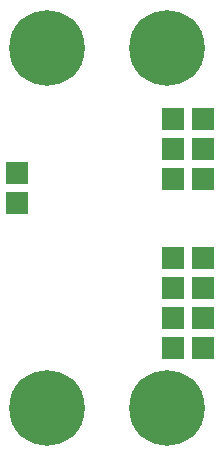
<source format=gbr>
%TF.GenerationSoftware,KiCad,Pcbnew,6.0.4-6f826c9f35~116~ubuntu20.04.1*%
%TF.CreationDate,2022-04-06T12:57:03+00:00*%
%TF.ProjectId,STEPUPDC02A,53544550-5550-4444-9330-32412e6b6963,rev?*%
%TF.SameCoordinates,Original*%
%TF.FileFunction,Soldermask,Top*%
%TF.FilePolarity,Negative*%
%FSLAX46Y46*%
G04 Gerber Fmt 4.6, Leading zero omitted, Abs format (unit mm)*
G04 Created by KiCad (PCBNEW 6.0.4-6f826c9f35~116~ubuntu20.04.1) date 2022-04-06 12:57:03*
%MOMM*%
%LPD*%
G01*
G04 APERTURE LIST*
G04 Aperture macros list*
%AMRoundRect*
0 Rectangle with rounded corners*
0 $1 Rounding radius*
0 $2 $3 $4 $5 $6 $7 $8 $9 X,Y pos of 4 corners*
0 Add a 4 corners polygon primitive as box body*
4,1,4,$2,$3,$4,$5,$6,$7,$8,$9,$2,$3,0*
0 Add four circle primitives for the rounded corners*
1,1,$1+$1,$2,$3*
1,1,$1+$1,$4,$5*
1,1,$1+$1,$6,$7*
1,1,$1+$1,$8,$9*
0 Add four rect primitives between the rounded corners*
20,1,$1+$1,$2,$3,$4,$5,0*
20,1,$1+$1,$4,$5,$6,$7,0*
20,1,$1+$1,$6,$7,$8,$9,0*
20,1,$1+$1,$8,$9,$2,$3,0*%
G04 Aperture macros list end*
%ADD10C,6.400000*%
%ADD11RoundRect,0.200000X-0.762000X-0.762000X0.762000X-0.762000X0.762000X0.762000X-0.762000X0.762000X0*%
%ADD12RoundRect,0.200000X0.762000X-0.762000X0.762000X0.762000X-0.762000X0.762000X-0.762000X-0.762000X0*%
G04 APERTURE END LIST*
D10*
%TO.C,M1*%
X15240000Y35560000D03*
%TD*%
%TO.C,M2*%
X15240000Y5080000D03*
%TD*%
%TO.C,M3*%
X5080000Y5080000D03*
%TD*%
%TO.C,M4*%
X5080000Y35560000D03*
%TD*%
D11*
%TO.C,J1*%
X15748000Y29591000D03*
X18288000Y29591000D03*
X15748000Y27051000D03*
X18288000Y27051000D03*
X15748000Y24511000D03*
X18288000Y24511000D03*
%TD*%
D12*
%TO.C,J2*%
X2540000Y22479000D03*
X2540000Y25019000D03*
%TD*%
D11*
%TO.C,J4*%
X15748000Y17780000D03*
X18288000Y17780000D03*
X15748000Y15240000D03*
X18288000Y15240000D03*
X15748000Y12700000D03*
X18288000Y12700000D03*
X15748000Y10160000D03*
X18288000Y10160000D03*
%TD*%
M02*

</source>
